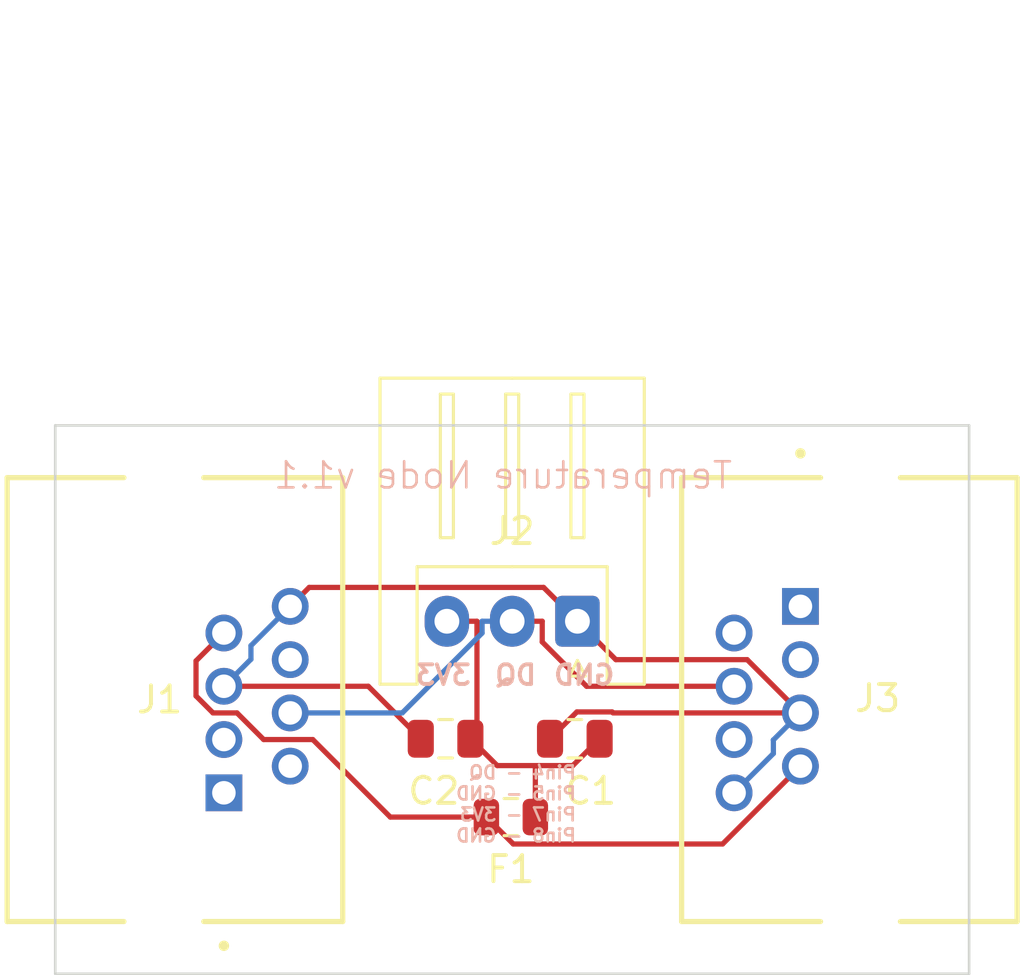
<source format=kicad_pcb>
(kicad_pcb (version 20241229) (generator "pcbnew") (generator_version "9.0")
  (layers (0 "F.Cu" signal) (2 "B.Cu" signal) (13 "F.Paste" user) (15 "B.Paste" user) (5 "F.SilkS" user "F.Silkscreen") (7 "B.SilkS" user "B.Silkscreen") (1 "F.Mask" user) (3 "B.Mask" user) (25 "Edge.Cuts" user))
  (net 0 "")
  (net 1 "/3V3_NODE")
  (net 2 "GND")
  (net 3 "/3V3_BUS")
  (net 5 "/1WIRE_DATA")
  (footprint "MJ3225_88_0:GCT_MJ3225-88-0_REVA" (layer "F.Cu") (at 67.585 88.5 -90)
    (property "Reference" "J1" (at 0 0.585 0) (layer "F.SilkS"))
    (property "Value" "TEMP_BUS_A" (hide yes))
    (fp_line (start -8.5 6.425) (end 8.5 6.425) (stroke (width 0.2)) (layer "F.SilkS"))
    (fp_line (start -8.5 1.955) (end -8.5 6.425) (stroke (width 0.2)) (layer "F.SilkS"))
    (fp_line (start 8.5 1.955) (end 8.5 6.425) (stroke (width 0.2)) (layer "F.SilkS"))
    (fp_line (start -8.5 -6.425) (end -8.5 -1.105) (stroke (width 0.2)) (layer "F.SilkS"))
    (fp_line (start -8.5 -6.425) (end 8.5 -6.425) (stroke (width 0.2)) (layer "F.SilkS"))
    (fp_line (start 8.5 -6.425) (end 8.5 -1.105) (stroke (width 0.2)) (layer "F.SilkS"))
    (fp_circle (center 9.43 -1.875) (end 9.53 -1.875) (stroke (width 0.2)) (fill no) (layer "F.SilkS"))
    (pad "" np_thru_hole circle (at -7.5 0.425 270) (size 2.36 2.36) (drill 2.36) (layers "*.Cu" "*.Mask"))
    (pad "" np_thru_hole circle (at 7.5 0.425 270) (size 2.36 2.36) (drill 2.36) (layers "*.Cu" "*.Mask"))
    (pad "1" thru_hole rect (at 3.57 -1.875 270) (size 1.408 1.408) (drill 0.9) (layers "*.Cu" "*.Mask"))
    (pad "2" thru_hole circle (at 2.55 -4.415 270) (size 1.408 1.408) (drill 0.9) (layers "*.Cu" "*.Mask"))
    (pad "3" thru_hole circle (at 1.53 -1.875 270) (size 1.408 1.408) (drill 0.9) (layers "*.Cu" "*.Mask"))
    (pad "4" thru_hole circle (at 0.51 -4.415 270) (size 1.408 1.408) (drill 0.9) (layers "*.Cu" "*.Mask") (net 5 "/1WIRE_DATA"))
    (pad "5" thru_hole circle (at -0.51 -1.875 270) (size 1.408 1.408) (drill 0.9) (layers "*.Cu" "*.Mask") (net 2 "GND"))
    (pad "6" thru_hole circle (at -1.53 -4.415 270) (size 1.408 1.408) (drill 0.9) (layers "*.Cu" "*.Mask"))
    (pad "7" thru_hole circle (at -2.55 -1.875 270) (size 1.408 1.408) (drill 0.9) (layers "*.Cu" "*.Mask") (net 3 "/3V3_BUS"))
    (pad "8" thru_hole circle (at -3.57 -4.415 270) (size 1.408 1.408) (drill 0.9) (layers "*.Cu" "*.Mask") (net 2 "GND"))
  )
  (footprint "MountingHole:MountingHole_2.2mm_M2" (layer "F.Cu") (at 84 96.5)
    (property "Reference" "H0" (hide yes))
    (property "Value" "MountingHole_2.2mm_M2" (hide yes))
    (pad "" np_thru_hole circle (at 0 0) (size 2.2 2.2) (drill 2.2) (layers "*.Cu" "*.Mask"))
  )
  (footprint "MountingHole:MountingHole_2.2mm_M2" (layer "F.Cu") (at 77 96.5)
    (property "Reference" "H1" (hide yes))
    (property "Value" "MountingHole_2.2mm_M2" (hide yes))
    (pad "" np_thru_hole circle (at 0 0) (size 2.2 2.2) (drill 2.2) (layers "*.Cu" "*.Mask"))
  )
  (footprint "Connector_JST:JST_XH_S3B-XH-A_1x03_P2.50mm_Horizontal" (layer "F.Cu") (at 83 85.5 180)
    (property "Reference" "J2" (hide yes))
    (property "Value" "TEMP_SENSOR")
    (fp_line (start 7.56 9.31) (end 7.56 -2.41) (stroke (width 0.12)) (layer "F.SilkS"))
    (fp_line (start 7.56 -2.41) (end 6.14 -2.41) (stroke (width 0.12)) (layer "F.SilkS"))
    (fp_line (start 6.14 2.09) (end 2.5 2.09) (stroke (width 0.12)) (layer "F.SilkS"))
    (fp_line (start 6.14 -2.41) (end 6.14 2.09) (stroke (width 0.12)) (layer "F.SilkS"))
    (fp_line (start 5.25 8.7) (end 5.25 3.2) (stroke (width 0.12)) (layer "F.SilkS"))
    (fp_line (start 5.25 3.2) (end 4.75 3.2) (stroke (width 0.12)) (layer "F.SilkS"))
    (fp_line (start 4.75 8.7) (end 5.25 8.7) (stroke (width 0.12)) (layer "F.SilkS"))
    (fp_line (start 4.75 3.2) (end 4.75 8.7) (stroke (width 0.12)) (layer "F.SilkS"))
    (fp_line (start 2.75 8.7) (end 2.75 3.2) (stroke (width 0.12)) (layer "F.SilkS"))
    (fp_line (start 2.75 3.2) (end 2.25 3.2) (stroke (width 0.12)) (layer "F.SilkS"))
    (fp_line (start 2.5 9.31) (end 7.56 9.31) (stroke (width 0.12)) (layer "F.SilkS"))
    (fp_line (start 2.5 9.31) (end -2.56 9.31) (stroke (width 0.12)) (layer "F.SilkS"))
    (fp_line (start 2.25 8.7) (end 2.75 8.7) (stroke (width 0.12)) (layer "F.SilkS"))
    (fp_line (start 2.25 3.2) (end 2.25 8.7) (stroke (width 0.12)) (layer "F.SilkS"))
    (fp_line (start 0.3 -2.1) (end 0 -1.5) (stroke (width 0.12)) (layer "F.SilkS"))
    (fp_line (start 0.25 8.7) (end 0.25 3.2) (stroke (width 0.12)) (layer "F.SilkS"))
    (fp_line (start 0.25 3.2) (end -0.25 3.2) (stroke (width 0.12)) (layer "F.SilkS"))
    (fp_line (start 0 -1.5) (end -0.3 -2.1) (stroke (width 0.12)) (layer "F.SilkS"))
    (fp_line (start -0.25 8.7) (end 0.25 8.7) (stroke (width 0.12)) (layer "F.SilkS"))
    (fp_line (start -0.25 3.2) (end -0.25 8.7) (stroke (width 0.12)) (layer "F.SilkS"))
    (fp_line (start -0.3 -2.1) (end 0.3 -2.1) (stroke (width 0.12)) (layer "F.SilkS"))
    (fp_line (start -1.14 2.09) (end 2.5 2.09) (stroke (width 0.12)) (layer "F.SilkS"))
    (fp_line (start -1.14 -2.41) (end -1.14 2.09) (stroke (width 0.12)) (layer "F.SilkS"))
    (fp_line (start -2.56 9.31) (end -2.56 -2.41) (stroke (width 0.12)) (layer "F.SilkS"))
    (fp_line (start -2.56 -2.41) (end -1.14 -2.41) (stroke (width 0.12)) (layer "F.SilkS"))
    (fp_text user "${REFERENCE}" (at 2.5 3.45 0) (layer "F.SilkS"))
    (pad "1" thru_hole roundrect (at 0 0 180) (size 1.7 1.95) (drill 0.95) (layers "*.Cu" "*.Mask") (roundrect_rratio 0.147059) (net 2 "GND"))
    (pad "2" thru_hole oval (at 2.5 0 180) (size 1.7 1.95) (drill 0.95) (layers "*.Cu" "*.Mask") (net 5 "/1WIRE_DATA"))
    (pad "3" thru_hole oval (at 5 0 180) (size 1.7 1.95) (drill 0.95) (layers "*.Cu" "*.Mask") (net 1 "/3V3_NODE"))
  )
  (footprint "Fuse:Fuse_0805_2012Metric" (layer "F.Cu") (at 80.45 93)
    (property "Reference" "F1" (at 0 2 0) (layer "F.SilkS"))
    (property "Value" "PTC 54mA/100mA (resettable)" (hide yes))
    (fp_line (start -0.258578 -0.71) (end 0.258578 -0.71) (stroke (width 0.12)) (layer "F.SilkS"))
    (fp_line (start -0.258578 0.71) (end 0.258578 0.71) (stroke (width 0.12)) (layer "F.SilkS"))
    (pad "1" smd roundrect (at -0.9375 0) (size 0.975 1.4) (layers "F.Cu" "F.Mask" "F.Paste") (net 3 "/3V3_BUS"))
    (pad "2" smd roundrect (at 0.9375 0) (size 0.975 1.4) (layers "F.Cu" "F.Mask" "F.Paste") (net 1 "/3V3_NODE"))
  )
  (footprint "MJ3225_88_0:GCT_MJ3225-88-0_REVA" (layer "F.Cu") (at 93.415 88.5 90)
    (property "Reference" "J3" (at 0.05 1.085 0) (layer "F.SilkS"))
    (property "Value" "TEMP_BUS_B" (hide yes))
    (fp_line (start 8.5 -6.425) (end 8.5 -1.105) (stroke (width 0.2)) (layer "F.SilkS"))
    (fp_line (start -8.5 -6.425) (end 8.5 -6.425) (stroke (width 0.2)) (layer "F.SilkS"))
    (fp_line (start -8.5 -6.425) (end -8.5 -1.105) (stroke (width 0.2)) (layer "F.SilkS"))
    (fp_line (start 8.5 1.955) (end 8.5 6.425) (stroke (width 0.2)) (layer "F.SilkS"))
    (fp_line (start -8.5 1.955) (end -8.5 6.425) (stroke (width 0.2)) (layer "F.SilkS"))
    (fp_line (start -8.5 6.425) (end 8.5 6.425) (stroke (width 0.2)) (layer "F.SilkS"))
    (fp_circle (center 9.43 -1.875) (end 9.53 -1.875) (stroke (width 0.2)) (fill no) (layer "F.SilkS"))
    (pad "" np_thru_hole circle (at -7.5 0.425 90) (size 2.36 2.36) (drill 2.36) (layers "*.Cu" "*.Mask"))
    (pad "" np_thru_hole circle (at 7.5 0.425 90) (size 2.36 2.36) (drill 2.36) (layers "*.Cu" "*.Mask"))
    (pad "1" thru_hole rect (at 3.57 -1.875 90) (size 1.408 1.408) (drill 0.9) (layers "*.Cu" "*.Mask"))
    (pad "2" thru_hole circle (at 2.55 -4.415 90) (size 1.408 1.408) (drill 0.9) (layers "*.Cu" "*.Mask"))
    (pad "3" thru_hole circle (at 1.53 -1.875 90) (size 1.408 1.408) (drill 0.9) (layers "*.Cu" "*.Mask"))
    (pad "4" thru_hole circle (at 0.51 -4.415 90) (size 1.408 1.408) (drill 0.9) (layers "*.Cu" "*.Mask") (net 5 "/1WIRE_DATA"))
    (pad "5" thru_hole circle (at -0.51 -1.875 90) (size 1.408 1.408) (drill 0.9) (layers "*.Cu" "*.Mask") (net 2 "GND"))
    (pad "6" thru_hole circle (at -1.53 -4.415 90) (size 1.408 1.408) (drill 0.9) (layers "*.Cu" "*.Mask"))
    (pad "7" thru_hole circle (at -2.55 -1.875 90) (size 1.408 1.408) (drill 0.9) (layers "*.Cu" "*.Mask") (net 3 "/3V3_BUS"))
    (pad "8" thru_hole circle (at -3.57 -4.415 90) (size 1.408 1.408) (drill 0.9) (layers "*.Cu" "*.Mask") (net 2 "GND"))
  )
  (footprint "Capacitor_SMD:C_0805_2012Metric" (layer "F.Cu") (at 77.95 90)
    (property "Reference" "C2" (at -0.45 2 0) (layer "F.SilkS"))
    (property "Value" "0.1uF" (hide yes))
    (fp_line (start -0.261252 -0.735) (end 0.261252 -0.735) (stroke (width 0.12)) (layer "F.SilkS"))
    (fp_line (start -0.261252 0.735) (end 0.261252 0.735) (stroke (width 0.12)) (layer "F.SilkS"))
    (pad "1" smd roundrect (at -0.95 0) (size 1 1.45) (layers "F.Cu" "F.Mask" "F.Paste") (net 2 "GND"))
    (pad "2" smd roundrect (at 0.95 0) (size 1 1.45) (layers "F.Cu" "F.Mask" "F.Paste") (net 1 "/3V3_NODE"))
  )
  (footprint "Capacitor_SMD:C_0805_2012Metric" (layer "F.Cu") (at 82.9 90)
    (property "Reference" "C1" (at 0.6 2 0) (layer "F.SilkS"))
    (property "Value" "10uF" (hide yes))
    (fp_line (start -0.261252 -0.735) (end 0.261252 -0.735) (stroke (width 0.12)) (layer "F.SilkS"))
    (fp_line (start -0.261252 0.735) (end 0.261252 0.735) (stroke (width 0.12)) (layer "F.SilkS"))
    (pad "1" smd roundrect (at -0.95 0) (size 1 1.45) (layers "F.Cu" "F.Mask" "F.Paste") (net 2 "GND"))
    (pad "2" smd roundrect (at 0.95 0) (size 1 1.45) (layers "F.Cu" "F.Mask" "F.Paste") (net 1 "/3V3_NODE"))
  )
  (gr_line (start 63 78) (end 98 78) (stroke (width 0.1)) (layer "Edge.Cuts"))
  (gr_line (start 63 78) (end 63 99) (stroke (width 0.1)) (layer "Edge.Cuts"))
  (gr_line (start 98 78) (end 98 99) (stroke (width 0.1)) (layer "Edge.Cuts"))
  (gr_line (start 98 99) (end 63 99) (stroke (width 0.1)) (layer "Edge.Cuts"))
  (gr_text "GND\n" (at 84.5 88 0) (layer "B.SilkS") (effects (font (size 0.75 0.75)) (justify left bottom mirror)))
  (gr_text "Pin4 - DQ\nPin5 - GND\nPin7 - 3V3\nPin8 - GND" (at 83 94 0) (layer "B.SilkS") (effects (font (size 0.5 0.5) (thickness 0.1)) (justify left bottom mirror)))
  (gr_text "DQ" (at 81.5 88 0) (layer "B.SilkS") (effects (font (size 0.75 0.75)) (justify left bottom mirror)))
  (gr_text "3V3" (at 79 88 0) (layer "B.SilkS") (effects (font (size 0.75 0.75)) (justify left bottom mirror)))
  (gr_text "Temperature Node v1.1" (at 89 80.5 0) (layer "B.SilkS") (effects (font (size 1 1) (thickness 0.1)) (justify left bottom mirror)))
  (segment (start 79.9277 91.0277) (end 78.9 90) (width 0.2) (layer "F.Cu") (net 1))
  (segment (start 79.1517 85.5) (end 79.1517 89.7483) (width 0.2) (layer "F.Cu") (net 1))
  (segment (start 81.3875 91.0277) (end 79.9277 91.0277) (width 0.2) (layer "F.Cu") (net 1))
  (segment (start 83.85 90) (end 82.8223 91.0277) (width 0.2) (layer "F.Cu") (net 1))
  (segment (start 79.1517 89.7483) (end 78.9 90) (width 0.2) (layer "F.Cu") (net 1))
  (segment (start 82.8223 91.0277) (end 81.3875 91.0277) (width 0.2) (layer "F.Cu") (net 1))
  (segment (start 78 85.5) (end 79.1517 85.5) (width 0.2) (layer "F.Cu") (net 1))
  (segment (start 81.3875 93) (end 81.3875 91.0277) (width 0.2) (layer "F.Cu") (net 1))
  (segment (start 82.9777 88.9723) (end 81.95 90) (width 0.2) (layer "F.Cu") (net 2))
  (segment (start 84.3288 88.9723) (end 82.9777 88.9723) (width 0.2) (layer "F.Cu") (net 2))
  (segment (start 81.7043 84.2043) (end 83 85.5) (width 0.2) (layer "F.Cu") (net 2))
  (segment (start 74.99 87.99) (end 77 90) (width 0.2) (layer "F.Cu") (net 2))
  (segment (start 72 84.93) (end 72.7257 84.2043) (width 0.2) (layer "F.Cu") (net 2))
  (segment (start 69.46 87.99) (end 74.99 87.99) (width 0.2) (layer "F.Cu") (net 2))
  (segment (start 91.54 89.01) (end 84.3665 89.01) (width 0.2) (layer "F.Cu") (net 2))
  (segment (start 83 85.5) (end 84.47 86.97) (width 0.2) (layer "F.Cu") (net 2))
  (segment (start 72.7257 84.2043) (end 81.7043 84.2043) (width 0.2) (layer "F.Cu") (net 2))
  (segment (start 84.47 86.97) (end 89.5 86.97) (width 0.2) (layer "F.Cu") (net 2))
  (segment (start 84.3665 89.01) (end 84.3288 88.9723) (width 0.2) (layer "F.Cu") (net 2))
  (segment (start 89.5 86.97) (end 91.54 89.01) (width 0.2) (layer "F.Cu") (net 2))
  (segment (start 70.4958 86.9542) (end 69.46 87.99) (width 0.2) (layer "B.Cu") (net 2))
  (segment (start 90.5042 90.0458) (end 91.54 89.01) (width 0.2) (layer "B.Cu") (net 2))
  (segment (start 90.5041 90.0458) (end 90.5042 90.0458) (width 0.2) (layer "B.Cu") (net 2))
  (segment (start 89 92.07) (end 90.5041 90.5659) (width 0.2) (layer "B.Cu") (net 2))
  (segment (start 70.4959 86.4341) (end 70.4959 86.9542) (width 0.2) (layer "B.Cu") (net 2))
  (segment (start 90.5041 90.5659) (end 90.5041 90.0458) (width 0.2) (layer "B.Cu") (net 2))
  (segment (start 70.4959 86.9542) (end 70.4958 86.9542) (width 0.2) (layer "B.Cu") (net 2))
  (segment (start 72 84.93) (end 70.4959 86.4341) (width 0.2) (layer "B.Cu") (net 2))
  (segment (start 75.8337 93) (end 79.5125 93) (width 0.2) (layer "F.Cu") (net 3))
  (segment (start 72.8637 90.03) (end 75.8337 93) (width 0.2) (layer "F.Cu") (net 3))
  (segment (start 79.5125 93) (end 80.543 94.0305) (width 0.2) (layer "F.Cu") (net 3))
  (segment (start 70.982 90.03) (end 72.8637 90.03) (width 0.2) (layer "F.Cu") (net 3))
  (segment (start 80.543 94.0305) (end 88.5595 94.0305) (width 0.2) (layer "F.Cu") (net 3))
  (segment (start 88.5595 94.0305) (end 91.54 91.05) (width 0.2) (layer "F.Cu") (net 3))
  (segment (start 69.962 89.01) (end 70.982 90.03) (width 0.2) (layer "F.Cu") (net 3))
  (segment (start 68.3923 87.0177) (end 68.3923 88.3603) (width 0.2) (layer "F.Cu") (net 3))
  (segment (start 69.042 89.01) (end 69.962 89.01) (width 0.2) (layer "F.Cu") (net 3))
  (segment (start 69.46 85.95) (end 68.3923 87.0177) (width 0.2) (layer "F.Cu") (net 3))
  (segment (start 68.3923 88.3603) (end 69.042 89.01) (width 0.2) (layer "F.Cu") (net 3))
  (segment (start 81.6517 85.5) (end 81.6517 86.2918) (width 0.2) (layer "F.Cu") (net 5))
  (segment (start 83.3499 87.99) (end 89 87.99) (width 0.2) (layer "F.Cu") (net 5))
  (segment (start 80.5 85.5) (end 81.6517 85.5) (width 0.2) (layer "F.Cu") (net 5))
  (segment (start 81.6517 86.2918) (end 83.3499 87.99) (width 0.2) (layer "F.Cu") (net 5))
  (segment (start 80.5 85.5) (end 79.3483 85.5) (width 0.2) (layer "B.Cu") (net 5))
  (segment (start 76.29 89.01) (end 79.3483 85.9517) (width 0.2) (layer "B.Cu") (net 5))
  (segment (start 79.3483 85.9517) (end 79.3483 85.5) (width 0.2) (layer "B.Cu") (net 5))
  (segment (start 72 89.01) (end 76.29 89.01) (width 0.2) (layer "B.Cu") (net 5))
)
</source>
